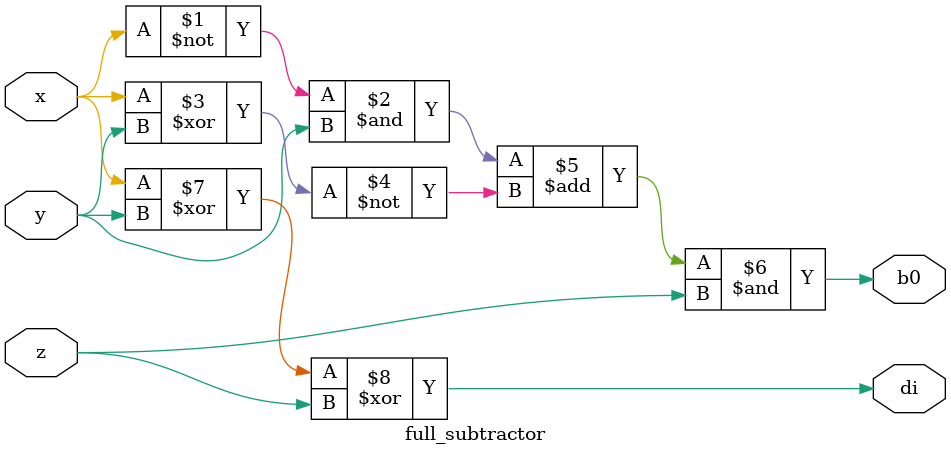
<source format=v>
module full_subtractor(input x,y,z,output b0,di);
assign b0=(~x&y)+(~(x^y))&z;
assign di=(x^y)^z;
endmodule

</source>
